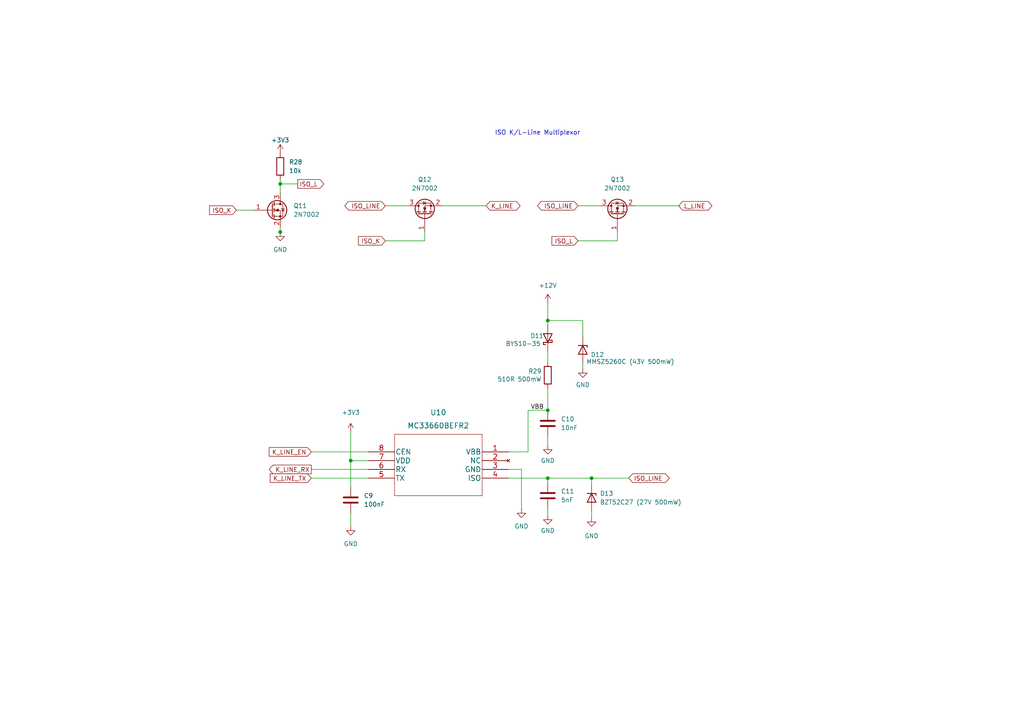
<source format=kicad_sch>
(kicad_sch (version 20211123) (generator eeschema)
  (paper "A4")
  (title_block (title "OBDII-Feather Interface") (date "2023-03-10") (rev "1.0") (company "Gavin Hurlbut"))
  (lib_symbols
    (symbol "Device:C" (pin_numbers hide) (pin_names (offset 0.254))
      (property "Reference" "C" (at 0.635 2.54 0))
      (property "Value" "C" (at 0.635 -2.54 0))
      (symbol "C_0_1"
        (polyline (pts (xy -2.032 -0.762) (xy 2.032 -0.762)) (stroke (width 0.508)))
        (polyline (pts (xy -2.032 0.762) (xy 2.032 0.762)) (stroke (width 0.508)))
      )
      (symbol "C_1_1"
        (pin passive line (at 0 3.81 270) (length 2.794) (name "~") (number "1"))
        (pin passive line (at 0 -3.81 90) (length 2.794) (name "~") (number "2"))
      )
    )
    (symbol "Device:D_Schottky" (pin_numbers hide) (pin_names (offset 1.016) hide)
      (property "Reference" "D" (at 0 2.54 0))
      (property "Value" "D_Schottky" (at 0 -2.54 0))
      (symbol "D_Schottky_0_1"
        (polyline (pts (xy 1.27 0) (xy -1.27 0)))
        (polyline (pts (xy 1.27 1.27) (xy 1.27 -1.27) (xy -1.27 0) (xy 1.27 1.27)) (stroke (width 0.254)))
        (polyline (pts (xy -1.905 0.635) (xy -1.905 1.27) (xy -1.27 1.27) (xy -1.27 -1.27) (xy -0.635 -1.27) (xy -0.635 -0.635)) (stroke (width 0.254)))
      )
      (symbol "D_Schottky_1_1"
        (pin passive line (at -3.81 0 0) (length 2.54) (name "K") (number "1"))
        (pin passive line (at 3.81 0 180) (length 2.54) (name "A") (number "2"))
      )
    )
    (symbol "Device:D_Zener" (pin_numbers hide) (pin_names (offset 1.016) hide)
      (property "Reference" "D" (at 0 2.54 0))
      (property "Value" "D_Zener" (at 0 -2.54 0))
      (symbol "D_Zener_0_1"
        (polyline (pts (xy 1.27 0) (xy -1.27 0)))
        (polyline (pts (xy -1.27 -1.27) (xy -1.27 1.27) (xy -0.762 1.27)) (stroke (width 0.254)))
        (polyline (pts (xy 1.27 -1.27) (xy 1.27 1.27) (xy -1.27 0) (xy 1.27 -1.27)) (stroke (width 0.254)))
      )
      (symbol "D_Zener_1_1"
        (pin passive line (at -3.81 0 0) (length 2.54) (name "K") (number "1"))
        (pin passive line (at 3.81 0 180) (length 2.54) (name "A") (number "2"))
      )
    )
    (symbol "Device:R" (pin_numbers hide) (pin_names (offset 0))
      (property "Reference" "R" (at 2.032 0 90))
      (property "Value" "R" (at 0 0 90))
      (symbol "R_0_1"
        (rectangle (start -1.016 -2.54) (end 1.016 2.54) (stroke (width 0.254)))
      )
      (symbol "R_1_1"
        (pin passive line (at 0 3.81 270) (length 1.27) (name "~") (number "1"))
        (pin passive line (at 0 -3.81 90) (length 1.27) (name "~") (number "2"))
      )
    )
    (symbol "MC33660BEFR2_1" (pin_names (offset 0.254))
      (property "Reference" "U" (at 20.32 10.16 0))
      (property "Value" "MC33660BEFR2_1" (at 20.32 7.62 0))
      (symbol "MC33660BEFR2_1_1_1"
        (polyline (pts (xy 7.62 -12.7) (xy 33.02 -12.7)) (stroke (width 0.127)))
        (polyline (pts (xy 7.62 5.08) (xy 7.62 -12.7)) (stroke (width 0.127)))
        (polyline (pts (xy 33.02 -12.7) (xy 33.02 5.08)) (stroke (width 0.127)))
        (polyline (pts (xy 33.02 5.08) (xy 7.62 5.08)) (stroke (width 0.127)))
        (pin power_in line (at 0 0 0) (length 7.62) (name "VBB") (number "1"))
        (pin no_connect line (at 0 -2.54 0) (length 7.62) (name "NC") (number "2"))
        (pin power_in line (at 0 -5.08 0) (length 7.62) (name "GND") (number "3"))
        (pin bidirectional line (at 0 -7.62 0) (length 7.62) (name "ISO") (number "4"))
        (pin input line (at 40.64 -7.62 180) (length 7.62) (name "TX") (number "5"))
        (pin output line (at 40.64 -5.08 180) (length 7.62) (name "RX") (number "6"))
        (pin power_in line (at 40.64 -2.54 180) (length 7.62) (name "VDD") (number "7"))
        (pin input line (at 40.64 0 180) (length 7.62) (name "CEN") (number "8"))
      )
    )
    (symbol "Transistor_FET:2N7002" (pin_names hide)
      (property "Reference" "Q" (at 5.08 1.905 0))
      (property "Value" "2N7002" (at 5.08 0 0))
      (symbol "2N7002_0_1"
        (polyline (pts (xy 0.254 0) (xy -2.54 0)))
        (polyline (pts (xy 0.254 1.905) (xy 0.254 -1.905)) (stroke (width 0.254)))
        (polyline (pts (xy 0.762 -1.27) (xy 0.762 -2.286)) (stroke (width 0.254)))
        (polyline (pts (xy 0.762 0.508) (xy 0.762 -0.508)) (stroke (width 0.254)))
        (polyline (pts (xy 0.762 2.286) (xy 0.762 1.27)) (stroke (width 0.254)))
        (polyline (pts (xy 2.54 2.54) (xy 2.54 1.778)))
        (polyline (pts (xy 2.54 -2.54) (xy 2.54 0) (xy 0.762 0)))
        (polyline (pts (xy 0.762 -1.778) (xy 3.302 -1.778) (xy 3.302 1.778) (xy 0.762 1.778)))
        (polyline (pts (xy 1.016 0) (xy 2.032 0.381) (xy 2.032 -0.381) (xy 1.016 0)) (fill (type outline)))
        (polyline (pts (xy 2.794 0.508) (xy 2.921 0.381) (xy 3.683 0.381) (xy 3.81 0.254)))
        (polyline (pts (xy 3.302 0.381) (xy 2.921 -0.254) (xy 3.683 -0.254) (xy 3.302 0.381)))
        (circle (center 1.651 0) (radius 2.794) (stroke (width 0.254)))
        (circle (center 2.54 -1.778) (radius 0.254) (fill (type outline)))
        (circle (center 2.54 1.778) (radius 0.254) (fill (type outline)))
      )
      (symbol "2N7002_1_1"
        (pin input line (at -5.08 0 0) (length 2.54) (name "G") (number "1"))
        (pin passive line (at 2.54 -5.08 90) (length 2.54) (name "S") (number "2"))
        (pin passive line (at 2.54 5.08 270) (length 2.54) (name "D") (number "3"))
      )
    )
    (symbol "power:+12V" (power) (pin_names (offset 0))
      (property "Value" "+12V" (at 0 3.556 0))
      (symbol "+12V_0_1"
        (polyline (pts (xy -0.762 1.27) (xy 0 2.54)))
        (polyline (pts (xy 0 0) (xy 0 2.54)))
        (polyline (pts (xy 0 2.54) (xy 0.762 1.27)))
      )
      (symbol "+12V_1_1"
        (pin power_in line (at 0 0 90) (length 0) hide (name "+12V") (number "1"))
      )
    )
    (symbol "power:+3V3" (power) (pin_names (offset 0))
      (property "Value" "+3V3" (at 0 3.556 0))
      (symbol "+3V3_0_1"
        (polyline (pts (xy -0.762 1.27) (xy 0 2.54)))
        (polyline (pts (xy 0 0) (xy 0 2.54)))
        (polyline (pts (xy 0 2.54) (xy 0.762 1.27)))
      )
      (symbol "+3V3_1_1"
        (pin power_in line (at 0 0 90) (length 0) hide (name "+3V3") (number "1"))
      )
    )
    (symbol "power:GND" (power) (pin_names (offset 0))
      (property "Value" "GND" (at 0 -3.81 0))
      (symbol "GND_0_1"
        (polyline (pts (xy 0 0) (xy 0 -1.27) (xy 1.27 -1.27) (xy 0 -2.54) (xy -1.27 -1.27) (xy 0 -1.27)))
      )
      (symbol "GND_1_1"
        (pin power_in line (at 0 0 270) (length 0) hide (name "GND") (number "1"))
      )
    )
  )
  (junction (at 171.577 138.684))
  (junction (at 158.877 138.684))
  (junction (at 158.877 118.999))
  (junction (at 81.28 53.34))
  (junction (at 158.877 92.964))
  (junction (at 81.28 67.31))
  (junction (at 101.727 133.604))
  (wire (pts (xy 147.447 138.684) (xy 158.877 138.684)))
  (wire (pts (xy 101.727 133.604) (xy 101.727 141.224)))
  (wire (pts (xy 81.28 53.34) (xy 86.36 53.34)))
  (wire (pts (xy 81.28 52.07) (xy 81.28 53.34)))
  (wire (pts (xy 153.162 131.064) (xy 153.162 118.999)))
  (wire (pts (xy 158.877 101.854) (xy 158.877 105.029)))
  (wire (pts (xy 81.28 53.34) (xy 81.28 55.88)))
  (wire (pts (xy 158.877 138.684) (xy 171.577 138.684)))
  (wire (pts (xy 153.162 118.999) (xy 158.877 118.999)))
  (wire (pts (xy 111.76 59.69) (xy 118.11 59.69)))
  (wire (pts (xy 81.28 67.31) (xy 81.28 68.58)))
  (wire (pts (xy 90.297 131.064) (xy 106.807 131.064)))
  (wire (pts (xy 147.447 131.064) (xy 153.162 131.064)))
  (wire (pts (xy 101.727 133.604) (xy 106.807 133.604)))
  (wire (pts (xy 158.877 92.964) (xy 158.877 94.234)))
  (wire (pts (xy 101.727 148.844) (xy 101.727 152.654)))
  (wire (pts (xy 128.27 59.69) (xy 140.97 59.69)))
  (wire (pts (xy 171.577 138.684) (xy 182.372 138.684)))
  (wire (pts (xy 158.877 126.619) (xy 158.877 129.159)))
  (wire (pts (xy 151.257 147.574) (xy 151.257 136.144)))
  (wire (pts (xy 90.297 138.684) (xy 106.807 138.684)))
  (wire (pts (xy 169.037 105.283) (xy 169.037 106.934)))
  (wire (pts (xy 68.58 60.96) (xy 73.66 60.96)))
  (wire (pts (xy 184.15 59.69) (xy 196.85 59.69)))
  (wire (pts (xy 158.877 92.964) (xy 169.037 92.964)))
  (wire (pts (xy 179.07 69.85) (xy 179.07 67.31)))
  (wire (pts (xy 167.64 69.85) (xy 179.07 69.85)))
  (wire (pts (xy 171.577 138.684) (xy 171.577 140.589)))
  (wire (pts (xy 158.877 138.684) (xy 158.877 139.954)))
  (wire (pts (xy 169.037 97.663) (xy 169.037 92.964)))
  (wire (pts (xy 158.877 147.574) (xy 158.877 149.479)))
  (wire (pts (xy 90.297 136.144) (xy 106.807 136.144)))
  (wire (pts (xy 158.877 112.649) (xy 158.877 118.999)))
  (wire (pts (xy 167.64 59.69) (xy 173.99 59.69)))
  (wire (pts (xy 111.76 69.85) (xy 123.19 69.85)))
  (wire (pts (xy 151.257 136.144) (xy 147.447 136.144)))
  (wire (pts (xy 171.577 148.209) (xy 171.577 150.114)))
  (wire (pts (xy 101.727 125.349) (xy 101.727 133.604)))
  (wire (pts (xy 158.877 87.884) (xy 158.877 92.964)))
  (wire (pts (xy 123.19 69.85) (xy 123.19 67.31)))
  (wire (pts (xy 81.28 66.04) (xy 81.28 67.31)))
  (text "ISO K/L-Line Multiplexor" (at 143.51 39.37 0) (effects (font (size 1.27 1.27)) (justify left bottom)))
  (label "VBB" (at 153.924 118.999 0))
  (global_label "ISO_LINE" (shape bidirectional) (at 167.64 59.69 180) (property "Intersheet References" "${INTERSHEET_REFS}" (effects hide)))
  (global_label "K_LINE_TX" (shape input) (at 90.297 138.684 180) (property "Intersheet References" "${INTERSHEET_REFS}" (effects hide)))
  (global_label "K_LINE" (shape bidirectional) (at 140.97 59.69 0) (property "Intersheet References" "${INTERSHEET_REFS}" (effects hide)))
  (global_label "K_LINE_RX" (shape output) (at 90.297 136.144 180) (property "Intersheet References" "${INTERSHEET_REFS}" (effects hide)))
  (global_label "K_LINE_EN" (shape input) (at 90.297 131.064 180) (property "Intersheet References" "${INTERSHEET_REFS}" (effects hide)))
  (global_label "ISO_K" (shape input) (at 68.58 60.96 180) (property "Intersheet References" "${INTERSHEET_REFS}" (effects hide)))
  (global_label "L_LINE" (shape bidirectional) (at 196.85 59.69 0) (property "Intersheet References" "${INTERSHEET_REFS}" (effects hide)))
  (global_label "ISO_LINE" (shape bidirectional) (at 182.372 138.684 0) (property "Intersheet References" "${INTERSHEET_REFS}" (effects hide)))
  (global_label "ISO_LINE" (shape bidirectional) (at 111.76 59.69 180) (property "Intersheet References" "${INTERSHEET_REFS}" (effects hide)))
  (global_label "ISO_L" (shape output) (at 86.36 53.34 0) (property "Intersheet References" "${INTERSHEET_REFS}" (effects hide)))
  (global_label "ISO_K" (shape input) (at 111.76 69.85 180) (property "Intersheet References" "${INTERSHEET_REFS}" (effects hide)))
  (global_label "ISO_L" (shape input) (at 167.64 69.85 180) (property "Intersheet References" "${INTERSHEET_REFS}" (effects hide)))
  (symbol (lib_id "power:GND") (at 101.727 152.654 0) (unit 1)
    (property "Reference" "#PWR053" (effects hide))
    (property "Value" "GND" (at 101.727 157.734 0))
  )
  (symbol (lib_id "power:GND") (at 158.877 149.479 0) (unit 1)
    (property "Reference" "#PWR057" (effects hide))
    (property "Value" "GND" (at 158.877 153.924 0))
  )
  (symbol (lib_id "power:+3V3") (at 101.727 125.349 0) (unit 1)
    (property "Reference" "#PWR052" (effects hide))
    (property "Value" "+3V3" (at 101.727 119.634 0))
  )
  (symbol (lib_id "power:+3V3") (at 81.28 44.45 0) (unit 1)
    (property "Reference" "#PWR050" (effects hide))
    (property "Value" "+3V3" (at 81.28 40.64 0))
  )
  (symbol (lib_id "Device:R") (at 158.877 108.839 0) (mirror y) (unit 1)
    (property "Reference" "R29" (at 157.099 107.6706 0) (effects (justify left)))
    (property "Value" "510R 500mW" (at 157.099 109.982 0) (effects (justify left)))
    (property "Footprint" "Resistor_SMD:R_1210_3225Metric_Pad1.30x2.65mm_HandSolder" (effects hide))
  )
  (symbol (lib_id "Transistor_FET:2N7002") (at 123.19 62.23 90) (unit 1)
    (property "Reference" "Q12" (at 123.19 52.07 90))
    (property "Value" "2N7002" (at 123.19 54.61 90))
    (property "Footprint" "Package_TO_SOT_SMD:SOT-23" (effects hide))
    (property "Datasheet" "https://www.onsemi.com/pub/Collateral/NDS7002A-D.PDF" (effects hide))
  )
  (symbol (lib_name "MC33660BEFR2_1") (lib_id "UltraLibrarian:MC33660BEFR2") (at 147.447 131.064 0) (mirror y) (unit 1)
    (property "Reference" "U10" (at 127.127 119.634 0) (effects (font (size 1.524 1.524))))
    (property "Value" "MC33660BEFR2" (at 127.127 123.444 0) (effects (font (size 1.524 1.524))))
    (property "Footprint" "UltraLibrarian:MC33660BEFR2" (effects hide))
  )
  (symbol (lib_id "power:GND") (at 169.037 106.934 0) (unit 1)
    (property "Reference" "#PWR058" (effects hide))
    (property "Value" "GND" (at 169.037 111.633 0))
  )
  (symbol (lib_id "Device:D_Schottky") (at 158.877 98.044 90) (unit 1)
    (property "Reference" "D11" (at 153.797 97.409 90) (effects (justify right)))
    (property "Value" "BYS10-35" (at 146.6342 99.6696 90) (effects (justify right)))
    (property "Footprint" "Diode_SMD:D_SMA_Handsoldering" (effects hide))
  )
  (symbol (lib_id "Device:C") (at 158.877 122.809 0) (unit 1)
    (property "Reference" "C10" (at 162.687 121.5389 0) (effects (justify left)))
    (property "Value" "10nF" (at 162.687 124.0789 0) (effects (justify left)))
    (property "Footprint" "Capacitor_SMD:C_0805_2012Metric_Pad1.18x1.45mm_HandSolder" (effects hide))
  )
  (symbol (lib_id "Device:D_Zener") (at 169.037 101.473 270) (unit 1)
    (property "Reference" "D12" (at 171.323 102.87 90) (effects (justify left)))
    (property "Value" "MMSZ5260C (43V 500mW)" (at 170.053 104.902 90) (effects (justify left)))
    (property "Footprint" "Diode_SMD:D_SOD-123" (effects hide))
  )
  (symbol (lib_id "Transistor_FET:2N7002") (at 179.07 62.23 90) (unit 1)
    (property "Reference" "Q13" (at 179.07 52.07 90))
    (property "Value" "2N7002" (at 179.07 54.61 90))
    (property "Footprint" "Package_TO_SOT_SMD:SOT-23" (effects hide))
    (property "Datasheet" "https://www.onsemi.com/pub/Collateral/NDS7002A-D.PDF" (effects hide))
  )
  (symbol (lib_id "power:GND") (at 158.877 129.159 0) (unit 1)
    (property "Reference" "#PWR056" (effects hide))
    (property "Value" "GND" (at 158.877 133.604 0))
  )
  (symbol (lib_id "Device:C") (at 158.877 143.764 0) (unit 1)
    (property "Reference" "C11" (at 162.687 142.4939 0) (effects (justify left)))
    (property "Value" "5nF" (at 162.687 145.0339 0) (effects (justify left)))
    (property "Footprint" "Capacitor_SMD:C_0805_2012Metric_Pad1.18x1.45mm_HandSolder" (effects hide))
  )
  (symbol (lib_id "power:GND") (at 81.28 67.31 0) (unit 1)
    (property "Reference" "#PWR051" (effects hide))
    (property "Value" "GND" (at 81.28 72.39 0))
  )
  (symbol (lib_id "power:+12V") (at 158.877 87.884 0) (unit 1)
    (property "Reference" "#PWR055" (effects hide))
    (property "Value" "+12V" (at 158.877 82.804 0))
  )
  (symbol (lib_id "power:GND") (at 151.257 147.574 0) (unit 1)
    (property "Reference" "#PWR054" (effects hide))
    (property "Value" "GND" (at 151.257 152.654 0))
  )
  (symbol (lib_id "Device:C") (at 101.727 145.034 0) (unit 1)
    (property "Reference" "C9" (at 105.537 143.7639 0) (effects (justify left)))
    (property "Value" "100nF" (at 105.537 146.3039 0) (effects (justify left)))
    (property "Footprint" "Capacitor_SMD:C_0805_2012Metric_Pad1.18x1.45mm_HandSolder" (effects hide))
  )
  (symbol (lib_id "Transistor_FET:2N7002") (at 78.74 60.96 0) (unit 1)
    (property "Reference" "Q11" (at 85.09 59.6899 0) (effects (justify left)))
    (property "Value" "2N7002" (at 85.09 62.2299 0) (effects (justify left)))
    (property "Footprint" "Package_TO_SOT_SMD:SOT-23" (effects hide))
    (property "Datasheet" "https://www.onsemi.com/pub/Collateral/NDS7002A-D.PDF" (effects hide))
  )
  (symbol (lib_id "Device:D_Zener") (at 171.577 144.399 270) (unit 1)
    (property "Reference" "D13" (at 173.99 143.1289 90) (effects (justify left)))
    (property "Value" "BZT52C27 (27V 500mW)" (at 173.99 145.6689 90) (effects (justify left)))
    (property "Footprint" "Diode_SMD:D_SOD-123" (effects hide))
  )
  (symbol (lib_id "power:GND") (at 171.577 150.114 0) (unit 1)
    (property "Reference" "#PWR059" (effects hide))
    (property "Value" "GND" (at 171.577 155.448 0))
  )
  (symbol (lib_id "Device:R") (at 81.28 48.26 0) (unit 1)
    (property "Reference" "R28" (at 83.82 46.9899 0) (effects (justify left)))
    (property "Value" "10k" (at 83.82 49.5299 0) (effects (justify left)))
    (property "Footprint" "Resistor_SMD:R_0805_2012Metric_Pad1.20x1.40mm_HandSolder" (effects hide))
  )
)
</source>
